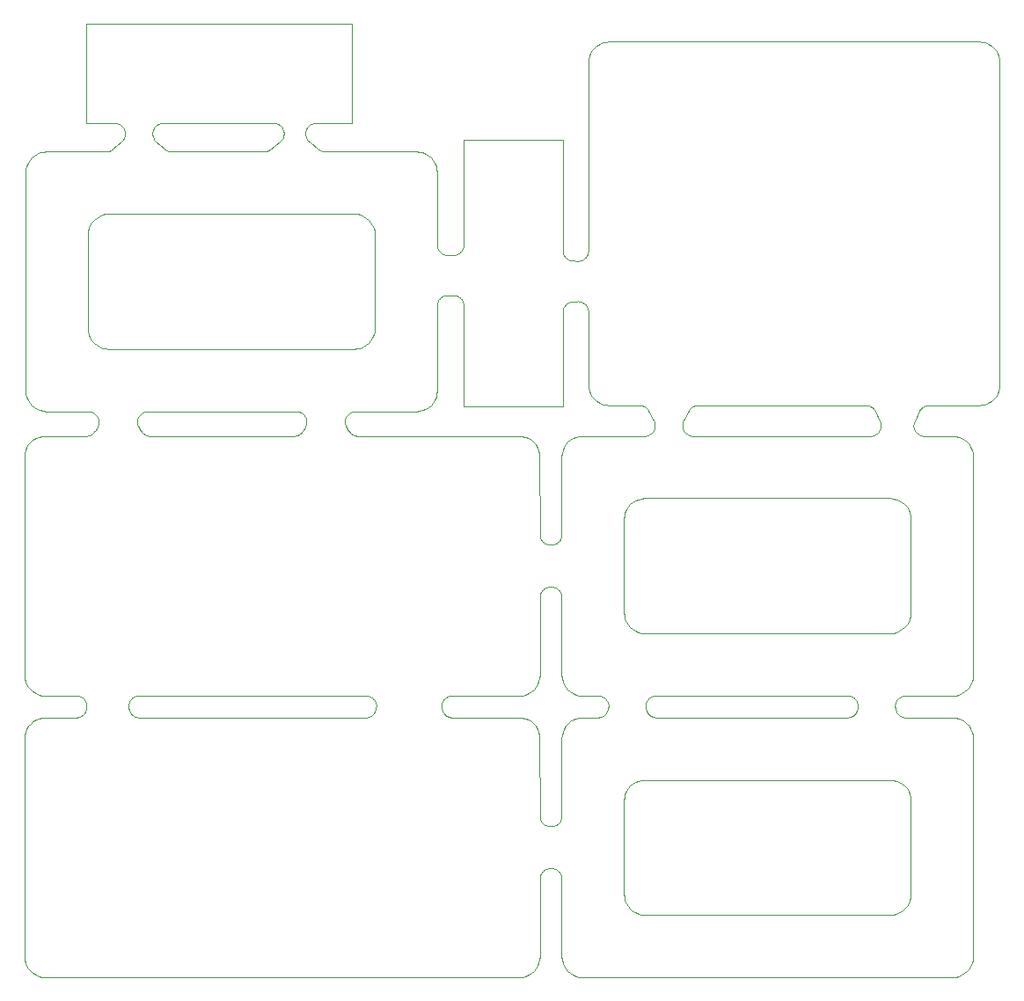
<source format=gko>
%MOIN*%
%OFA0B0*%
%FSLAX44Y44*%
%IPPOS*%
%LPD*%
%ADD10C,0*%
D10*
X00023504Y00013031D02*
X00023504Y00013031D01*
X00023381Y00013041D01*
X00023260Y00013070D01*
X00023146Y00013117D01*
X00023041Y00013181D01*
X00022947Y00013262D01*
X00022867Y00013356D01*
X00022802Y00013461D01*
X00022755Y00013575D01*
X00022726Y00013695D01*
X00022716Y00013818D01*
X00022716Y00017362D01*
X00022726Y00017485D01*
X00022755Y00017605D01*
X00022802Y00017719D01*
X00022867Y00017825D01*
X00022947Y00017918D01*
X00023041Y00017999D01*
X00023146Y00018063D01*
X00023260Y00018111D01*
X00023381Y00018139D01*
X00023504Y00018149D01*
X00032794Y00018149D01*
X00032917Y00018139D01*
X00033038Y00018111D01*
X00033152Y00018063D01*
X00033257Y00017999D01*
X00033351Y00017918D01*
X00033431Y00017825D01*
X00033496Y00017719D01*
X00033543Y00017605D01*
X00033572Y00017485D01*
X00033582Y00017362D01*
X00033582Y00013818D01*
X00033572Y00013695D01*
X00033543Y00013575D01*
X00033496Y00013461D01*
X00033431Y00013356D01*
X00033351Y00013262D01*
X00033257Y00013181D01*
X00033152Y00013117D01*
X00033038Y00013070D01*
X00032917Y00013041D01*
X00032794Y00013031D01*
X00023504Y00013031D01*
X00003192Y00023808D02*
X00003192Y00023808D01*
X00003069Y00023818D01*
X00002949Y00023846D01*
X00002835Y00023894D01*
X00002729Y00023958D01*
X00002635Y00024039D01*
X00002555Y00024133D01*
X00002491Y00024238D01*
X00002443Y00024352D01*
X00002415Y00024472D01*
X00002405Y00024595D01*
X00002405Y00028139D01*
X00002415Y00028262D01*
X00002443Y00028382D01*
X00002491Y00028496D01*
X00002555Y00028601D01*
X00002635Y00028695D01*
X00002729Y00028776D01*
X00002835Y00028840D01*
X00002949Y00028887D01*
X00003069Y00028916D01*
X00003192Y00028926D01*
X00012483Y00028926D01*
X00012606Y00028916D01*
X00012726Y00028887D01*
X00012840Y00028840D01*
X00012946Y00028776D01*
X00013040Y00028695D01*
X00013120Y00028601D01*
X00013184Y00028496D01*
X00013232Y00028382D01*
X00013261Y00028262D01*
X00013270Y00028139D01*
X00013270Y00024595D01*
X00013261Y00024472D01*
X00013232Y00024352D01*
X00013184Y00024238D01*
X00013120Y00024133D01*
X00013040Y00024039D01*
X00012946Y00023958D01*
X00012840Y00023894D01*
X00012726Y00023846D01*
X00012606Y00023818D01*
X00012483Y00023808D01*
X00003192Y00023808D01*
X00023504Y00002362D02*
X00023504Y00002362D01*
X00023381Y00002371D01*
X00023260Y00002400D01*
X00023146Y00002448D01*
X00023041Y00002512D01*
X00022947Y00002592D01*
X00022867Y00002686D01*
X00022802Y00002792D01*
X00022755Y00002906D01*
X00022726Y00003026D01*
X00022716Y00003149D01*
X00022716Y00006692D01*
X00022726Y00006816D01*
X00022755Y00006936D01*
X00022802Y00007050D01*
X00022867Y00007155D01*
X00022947Y00007249D01*
X00023041Y00007329D01*
X00023146Y00007394D01*
X00023260Y00007441D01*
X00023381Y00007470D01*
X00023504Y00007480D01*
X00032794Y00007480D01*
X00032917Y00007470D01*
X00033038Y00007441D01*
X00033152Y00007394D01*
X00033257Y00007329D01*
X00033351Y00007249D01*
X00033431Y00007155D01*
X00033496Y00007050D01*
X00033543Y00006936D01*
X00033572Y00006816D01*
X00033582Y00006692D01*
X00033582Y00003149D01*
X00033572Y00003026D01*
X00033543Y00002906D01*
X00033496Y00002792D01*
X00033431Y00002686D01*
X00033351Y00002592D01*
X00033257Y00002512D01*
X00033152Y00002448D01*
X00033038Y00002400D01*
X00032917Y00002371D01*
X00032794Y00002362D01*
X00023504Y00002362D01*
X00020354Y00009055D02*
X00020354Y00009055D01*
X00020354Y00006111D01*
X00020353Y00006080D01*
X00020349Y00006049D01*
X00020343Y00006019D01*
X00020335Y00005989D01*
X00020324Y00005960D01*
X00020311Y00005932D01*
X00020296Y00005905D01*
X00020279Y00005879D01*
X00020260Y00005855D01*
X00020239Y00005832D01*
X00020216Y00005811D01*
X00020192Y00005792D01*
X00020166Y00005775D01*
X00020139Y00005760D01*
X00020111Y00005747D01*
X00020082Y00005736D01*
X00020052Y00005728D01*
X00020022Y00005722D01*
X00019991Y00005718D01*
X00019960Y00005717D01*
X00019920Y00005717D01*
X00019889Y00005718D01*
X00019858Y00005722D01*
X00019828Y00005728D01*
X00019798Y00005736D01*
X00019769Y00005747D01*
X00019741Y00005760D01*
X00019714Y00005775D01*
X00019688Y00005792D01*
X00019664Y00005811D01*
X00019641Y00005832D01*
X00019620Y00005855D01*
X00019601Y00005879D01*
X00019584Y00005905D01*
X00019569Y00005932D01*
X00019556Y00005960D01*
X00019545Y00005989D01*
X00019537Y00006019D01*
X00019531Y00006049D01*
X00019527Y00006080D01*
X00019526Y00006111D01*
X00019525Y00009053D01*
X00019515Y00009176D01*
X00019487Y00009297D01*
X00019439Y00009411D01*
X00019374Y00009517D01*
X00019294Y00009611D01*
X00019200Y00009691D01*
X00019094Y00009756D01*
X00018980Y00009803D01*
X00018859Y00009832D01*
X00018736Y00009842D01*
X00016208Y00009842D01*
X00016182Y00009843D01*
X00016156Y00009845D01*
X00016130Y00009850D01*
X00016105Y00009856D01*
X00016080Y00009863D01*
X00016056Y00009873D01*
X00016032Y00009884D01*
X00016009Y00009896D01*
X00015987Y00009910D01*
X00015966Y00009925D01*
X00015946Y00009942D01*
X00015927Y00009960D01*
X00015910Y00009979D01*
X00015893Y00009999D01*
X00015878Y00010021D01*
X00015865Y00010043D01*
X00015853Y00010066D01*
X00015842Y00010090D01*
X00015834Y00010114D01*
X00015826Y00010139D01*
X00015816Y00010179D01*
X00015809Y00010214D01*
X00015805Y00010249D01*
X00015805Y00010285D01*
X00015807Y00010321D01*
X00015813Y00010356D01*
X00015822Y00010391D01*
X00015834Y00010424D01*
X00015849Y00010457D01*
X00015867Y00010488D01*
X00015887Y00010517D01*
X00015911Y00010544D01*
X00015936Y00010569D01*
X00015964Y00010592D01*
X00015994Y00010612D01*
X00016025Y00010629D01*
X00016058Y00010643D01*
X00016092Y00010654D01*
X00016127Y00010662D01*
X00016162Y00010667D01*
X00016198Y00010669D01*
X00018741Y00010669D01*
X00018864Y00010679D01*
X00018984Y00010709D01*
X00019098Y00010756D01*
X00019204Y00010821D01*
X00019297Y00010902D01*
X00019377Y00010996D01*
X00019442Y00011102D01*
X00019489Y00011216D01*
X00019518Y00011336D01*
X00019527Y00011459D01*
X00019527Y00014400D01*
X00019528Y00014431D01*
X00019531Y00014462D01*
X00019537Y00014492D01*
X00019546Y00014522D01*
X00019557Y00014551D01*
X00019569Y00014579D01*
X00019585Y00014606D01*
X00019602Y00014632D01*
X00019621Y00014656D01*
X00019642Y00014678D01*
X00019665Y00014699D01*
X00019689Y00014719D01*
X00019715Y00014736D01*
X00019742Y00014751D01*
X00019770Y00014764D01*
X00019799Y00014775D01*
X00019828Y00014783D01*
X00019859Y00014789D01*
X00019889Y00014793D01*
X00019920Y00014794D01*
X00019960Y00014794D01*
X00019991Y00014793D01*
X00020022Y00014789D01*
X00020052Y00014783D01*
X00020082Y00014775D01*
X00020111Y00014764D01*
X00020139Y00014751D01*
X00020166Y00014736D01*
X00020192Y00014719D01*
X00020216Y00014700D01*
X00020239Y00014679D01*
X00020260Y00014656D01*
X00020279Y00014632D01*
X00020296Y00014606D01*
X00020311Y00014579D01*
X00020324Y00014551D01*
X00020335Y00014522D01*
X00020343Y00014492D01*
X00020349Y00014462D01*
X00020353Y00014431D01*
X00020354Y00014400D01*
X00020354Y00011456D01*
X00020364Y00011333D01*
X00020393Y00011213D01*
X00020440Y00011099D01*
X00020505Y00010993D01*
X00020585Y00010899D01*
X00020679Y00010819D01*
X00020784Y00010755D01*
X00020898Y00010707D01*
X00021018Y00010678D01*
X00021142Y00010669D01*
X00021735Y00010669D01*
X00021773Y00010667D01*
X00021811Y00010661D01*
X00021848Y00010652D01*
X00021883Y00010640D01*
X00021918Y00010624D01*
X00021951Y00010605D01*
X00021981Y00010582D01*
X00022010Y00010557D01*
X00022036Y00010530D01*
X00022059Y00010500D01*
X00022079Y00010467D01*
X00022096Y00010433D01*
X00022109Y00010398D01*
X00022119Y00010361D01*
X00022126Y00010324D01*
X00022129Y00010286D01*
X00022128Y00010248D01*
X00022124Y00010210D01*
X00022116Y00010173D01*
X00022104Y00010137D01*
X00022089Y00010098D01*
X00022080Y00010076D01*
X00022070Y00010054D01*
X00022058Y00010033D01*
X00022045Y00010013D01*
X00022031Y00009994D01*
X00022016Y00009976D01*
X00022000Y00009958D01*
X00021982Y00009942D01*
X00021964Y00009926D01*
X00021945Y00009912D01*
X00021925Y00009899D01*
X00021904Y00009887D01*
X00021883Y00009877D01*
X00021861Y00009868D01*
X00021838Y00009860D01*
X00021815Y00009854D01*
X00021792Y00009849D01*
X00021768Y00009845D01*
X00021744Y00009843D01*
X00021721Y00009842D01*
X00021142Y00009842D01*
X00021018Y00009832D01*
X00020898Y00009803D01*
X00020784Y00009756D01*
X00020679Y00009692D01*
X00020585Y00009611D01*
X00020505Y00009517D01*
X00020440Y00009412D01*
X00020393Y00009298D01*
X00020364Y00009178D01*
X00020354Y00009055D01*
X00004752Y00020511D02*
X00004752Y00020511D01*
X00004732Y00020512D01*
X00004712Y00020513D01*
X00004692Y00020516D01*
X00004672Y00020519D01*
X00004653Y00020524D01*
X00004633Y00020530D01*
X00004614Y00020536D01*
X00004596Y00020544D01*
X00004578Y00020552D01*
X00004560Y00020561D01*
X00004543Y00020571D01*
X00004526Y00020583D01*
X00004510Y00020594D01*
X00004494Y00020607D01*
X00004480Y00020621D01*
X00004465Y00020635D01*
X00004452Y00020650D01*
X00004439Y00020665D01*
X00004428Y00020682D01*
X00004417Y00020698D01*
X00004326Y00020845D01*
X00004306Y00020882D01*
X00004290Y00020921D01*
X00004278Y00020961D01*
X00004271Y00021002D01*
X00004268Y00021043D01*
X00004269Y00021085D01*
X00004275Y00021127D01*
X00004285Y00021167D01*
X00004299Y00021206D01*
X00004317Y00021244D01*
X00004340Y00021279D01*
X00004366Y00021312D01*
X00004395Y00021342D01*
X00004427Y00021369D01*
X00004462Y00021392D01*
X00004499Y00021411D01*
X00004538Y00021426D01*
X00004578Y00021437D01*
X00004619Y00021444D01*
X00004661Y00021446D01*
X00010298Y00021446D01*
X00010340Y00021444D01*
X00010381Y00021437D01*
X00010422Y00021426D01*
X00010461Y00021411D01*
X00010498Y00021392D01*
X00010533Y00021369D01*
X00010565Y00021342D01*
X00010594Y00021312D01*
X00010620Y00021279D01*
X00010642Y00021244D01*
X00010661Y00021206D01*
X00010675Y00021167D01*
X00010685Y00021127D01*
X00010691Y00021085D01*
X00010692Y00021043D01*
X00010689Y00021002D01*
X00010681Y00020961D01*
X00010670Y00020921D01*
X00010654Y00020882D01*
X00010634Y00020845D01*
X00010543Y00020698D01*
X00010532Y00020682D01*
X00010520Y00020665D01*
X00010508Y00020650D01*
X00010494Y00020635D01*
X00010480Y00020621D01*
X00010465Y00020607D01*
X00010450Y00020594D01*
X00010434Y00020583D01*
X00010417Y00020571D01*
X00010400Y00020561D01*
X00010382Y00020552D01*
X00010364Y00020544D01*
X00010345Y00020536D01*
X00010326Y00020530D01*
X00010307Y00020524D01*
X00010287Y00020519D01*
X00010268Y00020516D01*
X00010248Y00020513D01*
X00010228Y00020512D01*
X00010208Y00020511D01*
X00004752Y00020511D01*
X00004346Y00009842D02*
X00004346Y00009842D01*
X00004322Y00009843D01*
X00004297Y00009845D01*
X00004273Y00009849D01*
X00004249Y00009854D01*
X00004226Y00009861D01*
X00004203Y00009869D01*
X00004181Y00009878D01*
X00004159Y00009889D01*
X00004138Y00009901D01*
X00004118Y00009915D01*
X00004098Y00009930D01*
X00004080Y00009945D01*
X00004062Y00009962D01*
X00004046Y00009980D01*
X00004031Y00009999D01*
X00004017Y00010019D01*
X00004004Y00010040D01*
X00003993Y00010062D01*
X00003983Y00010084D01*
X00003974Y00010106D01*
X00003960Y00010146D01*
X00003950Y00010182D01*
X00003943Y00010219D01*
X00003939Y00010256D01*
X00003939Y00010293D01*
X00003942Y00010331D01*
X00003949Y00010368D01*
X00003960Y00010404D01*
X00003974Y00010438D01*
X00003991Y00010472D01*
X00004011Y00010503D01*
X00004034Y00010533D01*
X00004060Y00010560D01*
X00004089Y00010584D01*
X00004119Y00010606D01*
X00004152Y00010625D01*
X00004186Y00010641D01*
X00004221Y00010653D01*
X00004258Y00010662D01*
X00004295Y00010667D01*
X00004332Y00010669D01*
X00012935Y00010669D01*
X00012971Y00010667D01*
X00013006Y00010662D01*
X00013041Y00010654D01*
X00013075Y00010643D01*
X00013108Y00010629D01*
X00013139Y00010612D01*
X00013169Y00010592D01*
X00013197Y00010569D01*
X00013222Y00010544D01*
X00013245Y00010517D01*
X00013266Y00010488D01*
X00013284Y00010457D01*
X00013299Y00010424D01*
X00013311Y00010391D01*
X00013320Y00010356D01*
X00013326Y00010321D01*
X00013328Y00010285D01*
X00013328Y00010249D01*
X00013324Y00010214D01*
X00013316Y00010179D01*
X00013307Y00010139D01*
X00013299Y00010114D01*
X00013290Y00010090D01*
X00013280Y00010066D01*
X00013268Y00010043D01*
X00013254Y00010021D01*
X00013240Y00009999D01*
X00013223Y00009979D01*
X00013206Y00009960D01*
X00013187Y00009942D01*
X00013167Y00009925D01*
X00013146Y00009910D01*
X00013124Y00009896D01*
X00013101Y00009884D01*
X00013077Y00009873D01*
X00013053Y00009863D01*
X00013028Y00009856D01*
X00013002Y00009850D01*
X00012977Y00009845D01*
X00012951Y00009843D01*
X00012925Y00009842D01*
X00004346Y00009842D01*
X00023948Y00009842D02*
X00023948Y00009842D01*
X00023924Y00009843D01*
X00023900Y00009845D01*
X00023876Y00009849D01*
X00023853Y00009854D01*
X00023830Y00009860D01*
X00023808Y00009868D01*
X00023786Y00009877D01*
X00023764Y00009887D01*
X00023743Y00009899D01*
X00023723Y00009912D01*
X00023704Y00009926D01*
X00023686Y00009942D01*
X00023668Y00009958D01*
X00023652Y00009976D01*
X00023637Y00009994D01*
X00023623Y00010013D01*
X00023610Y00010033D01*
X00023598Y00010054D01*
X00023588Y00010076D01*
X00023579Y00010098D01*
X00023564Y00010137D01*
X00023553Y00010173D01*
X00023545Y00010210D01*
X00023540Y00010248D01*
X00023539Y00010286D01*
X00023542Y00010324D01*
X00023549Y00010361D01*
X00023559Y00010398D01*
X00023572Y00010433D01*
X00023589Y00010467D01*
X00023610Y00010500D01*
X00023633Y00010530D01*
X00023659Y00010557D01*
X00023687Y00010582D01*
X00023718Y00010605D01*
X00023750Y00010624D01*
X00023785Y00010640D01*
X00023821Y00010652D01*
X00023858Y00010661D01*
X00023895Y00010667D01*
X00023933Y00010669D01*
X00031184Y00010669D01*
X00031222Y00010667D01*
X00031260Y00010661D01*
X00031296Y00010652D01*
X00031332Y00010640D01*
X00031367Y00010624D01*
X00031399Y00010605D01*
X00031430Y00010582D01*
X00031459Y00010557D01*
X00031484Y00010530D01*
X00031508Y00010500D01*
X00031528Y00010467D01*
X00031545Y00010433D01*
X00031558Y00010398D01*
X00031568Y00010361D01*
X00031575Y00010324D01*
X00031578Y00010286D01*
X00031577Y00010248D01*
X00031572Y00010210D01*
X00031564Y00010173D01*
X00031553Y00010137D01*
X00031538Y00010098D01*
X00031529Y00010076D01*
X00031519Y00010054D01*
X00031507Y00010033D01*
X00031494Y00010013D01*
X00031480Y00009994D01*
X00031465Y00009976D01*
X00031449Y00009958D01*
X00031431Y00009942D01*
X00031413Y00009926D01*
X00031394Y00009912D01*
X00031374Y00009899D01*
X00031353Y00009887D01*
X00031332Y00009877D01*
X00031310Y00009868D01*
X00031287Y00009860D01*
X00031264Y00009854D01*
X00031241Y00009849D01*
X00031217Y00009845D01*
X00031193Y00009843D01*
X00031169Y00009842D01*
X00023948Y00009842D01*
X00023303Y00021674D02*
X00023303Y00021674D01*
X00023325Y00021673D01*
X00023346Y00021671D01*
X00023367Y00021668D01*
X00023389Y00021664D01*
X00023410Y00021659D01*
X00023430Y00021653D01*
X00023451Y00021645D01*
X00023470Y00021636D01*
X00023490Y00021627D01*
X00023508Y00021616D01*
X00023526Y00021604D01*
X00023544Y00021591D01*
X00023561Y00021578D01*
X00023577Y00021563D01*
X00023592Y00021548D01*
X00023606Y00021531D01*
X00023619Y00021514D01*
X00023632Y00021497D01*
X00023643Y00021478D01*
X00023653Y00021459D01*
X00023845Y00021084D01*
X00023862Y00021048D01*
X00023874Y00021010D01*
X00023883Y00020970D01*
X00023888Y00020930D01*
X00023888Y00020890D01*
X00023885Y00020850D01*
X00023877Y00020811D01*
X00023865Y00020772D01*
X00023850Y00020735D01*
X00023831Y00020700D01*
X00023808Y00020666D01*
X00023782Y00020636D01*
X00023753Y00020608D01*
X00023721Y00020583D01*
X00023687Y00020562D01*
X00023651Y00020544D01*
X00023614Y00020530D01*
X00023575Y00020520D01*
X00023535Y00020513D01*
X00023495Y00020511D01*
X00021142Y00020511D01*
X00021018Y00020502D01*
X00020898Y00020473D01*
X00020784Y00020426D01*
X00020679Y00020361D01*
X00020585Y00020281D01*
X00020505Y00020187D01*
X00020440Y00020081D01*
X00020393Y00019967D01*
X00020364Y00019847D01*
X00020354Y00019724D01*
X00020354Y00016780D01*
X00020353Y00016749D01*
X00020349Y00016718D01*
X00020343Y00016688D01*
X00020335Y00016658D01*
X00020324Y00016629D01*
X00020311Y00016601D01*
X00020296Y00016574D01*
X00020279Y00016549D01*
X00020260Y00016524D01*
X00020239Y00016502D01*
X00020216Y00016481D01*
X00020192Y00016461D01*
X00020166Y00016444D01*
X00020139Y00016429D01*
X00020111Y00016416D01*
X00020082Y00016406D01*
X00020052Y00016397D01*
X00020022Y00016391D01*
X00019991Y00016387D01*
X00019960Y00016386D01*
X00019920Y00016386D01*
X00019889Y00016387D01*
X00019858Y00016391D01*
X00019828Y00016397D01*
X00019798Y00016406D01*
X00019769Y00016416D01*
X00019741Y00016429D01*
X00019714Y00016444D01*
X00019688Y00016461D01*
X00019664Y00016481D01*
X00019641Y00016502D01*
X00019620Y00016524D01*
X00019601Y00016548D01*
X00019584Y00016574D01*
X00019569Y00016601D01*
X00019556Y00016629D01*
X00019545Y00016658D01*
X00019537Y00016688D01*
X00019531Y00016718D01*
X00019527Y00016749D01*
X00019526Y00016780D01*
X00019525Y00019722D01*
X00019515Y00019846D01*
X00019487Y00019966D01*
X00019439Y00020080D01*
X00019374Y00020186D01*
X00019294Y00020280D01*
X00019200Y00020361D01*
X00019094Y00020425D01*
X00018980Y00020473D01*
X00018859Y00020502D01*
X00018736Y00020511D01*
X00012626Y00020511D01*
X00012606Y00020512D01*
X00012586Y00020513D01*
X00012566Y00020516D01*
X00012546Y00020519D01*
X00012527Y00020524D01*
X00012507Y00020530D01*
X00012488Y00020536D01*
X00012470Y00020544D01*
X00012452Y00020552D01*
X00012434Y00020561D01*
X00012417Y00020571D01*
X00012400Y00020583D01*
X00012384Y00020594D01*
X00012368Y00020607D01*
X00012354Y00020621D01*
X00012339Y00020635D01*
X00012326Y00020650D01*
X00012313Y00020665D01*
X00012302Y00020682D01*
X00012291Y00020698D01*
X00012200Y00020845D01*
X00012180Y00020882D01*
X00012164Y00020921D01*
X00012152Y00020961D01*
X00012145Y00021002D01*
X00012142Y00021043D01*
X00012143Y00021085D01*
X00012149Y00021127D01*
X00012159Y00021167D01*
X00012173Y00021206D01*
X00012191Y00021244D01*
X00012214Y00021279D01*
X00012240Y00021312D01*
X00012269Y00021342D01*
X00012301Y00021369D01*
X00012336Y00021392D01*
X00012373Y00021411D01*
X00012412Y00021426D01*
X00012452Y00021437D01*
X00012493Y00021444D01*
X00012535Y00021446D01*
X00014845Y00021446D01*
X00014968Y00021455D01*
X00015088Y00021484D01*
X00015202Y00021532D01*
X00015308Y00021596D01*
X00015402Y00021676D01*
X00015482Y00021770D01*
X00015547Y00021876D01*
X00015594Y00021990D01*
X00015623Y00022110D01*
X00015632Y00022233D01*
X00015632Y00025451D01*
X00015634Y00025482D01*
X00015637Y00025513D01*
X00015643Y00025543D01*
X00015652Y00025573D01*
X00015662Y00025602D01*
X00015675Y00025630D01*
X00015690Y00025657D01*
X00015708Y00025683D01*
X00015727Y00025707D01*
X00015748Y00025730D01*
X00015770Y00025751D01*
X00015795Y00025770D01*
X00015820Y00025787D01*
X00015847Y00025802D01*
X00015875Y00025815D01*
X00015904Y00025826D01*
X00015934Y00025834D01*
X00015965Y00025840D01*
X00015995Y00025844D01*
X00016026Y00025845D01*
X00016243Y00025845D01*
X00016274Y00025844D01*
X00016305Y00025840D01*
X00016335Y00025834D01*
X00016365Y00025826D01*
X00016394Y00025815D01*
X00016422Y00025802D01*
X00016449Y00025787D01*
X00016474Y00025770D01*
X00016499Y00025751D01*
X00016521Y00025730D01*
X00016542Y00025707D01*
X00016562Y00025683D01*
X00016579Y00025657D01*
X00016594Y00025630D01*
X00016607Y00025602D01*
X00016617Y00025573D01*
X00016626Y00025543D01*
X00016632Y00025513D01*
X00016635Y00025482D01*
X00016637Y00025451D01*
X00016637Y00021637D01*
X00020393Y00021637D01*
X00020393Y00025210D01*
X00020394Y00025240D01*
X00020397Y00025269D01*
X00020403Y00025298D01*
X00020411Y00025327D01*
X00020420Y00025355D01*
X00020433Y00025383D01*
X00020447Y00025409D01*
X00020463Y00025434D01*
X00020480Y00025458D01*
X00020500Y00025480D01*
X00020521Y00025501D01*
X00020544Y00025520D01*
X00020568Y00025538D01*
X00020594Y00025553D01*
X00020620Y00025567D01*
X00020648Y00025578D01*
X00020676Y00025588D01*
X00020705Y00025595D01*
X00020734Y00025600D01*
X00020764Y00025603D01*
X00020948Y00025613D01*
X00020980Y00025614D01*
X00021012Y00025612D01*
X00021043Y00025607D01*
X00021075Y00025600D01*
X00021105Y00025590D01*
X00021135Y00025578D01*
X00021163Y00025563D01*
X00021190Y00025546D01*
X00021216Y00025527D01*
X00021240Y00025506D01*
X00021263Y00025483D01*
X00021283Y00025459D01*
X00021302Y00025433D01*
X00021318Y00025405D01*
X00021332Y00025376D01*
X00021343Y00025346D01*
X00021352Y00025315D01*
X00021358Y00025284D01*
X00021362Y00025252D01*
X00021364Y00025220D01*
X00021364Y00022461D01*
X00021373Y00022338D01*
X00021402Y00022218D01*
X00021449Y00022104D01*
X00021514Y00021998D01*
X00021594Y00021904D01*
X00021688Y00021824D01*
X00021794Y00021760D01*
X00021908Y00021712D01*
X00022028Y00021683D01*
X00022151Y00021674D01*
X00023303Y00021674D01*
X00031881Y00021674D02*
X00031881Y00021674D01*
X00031903Y00021673D01*
X00031925Y00021671D01*
X00031947Y00021668D01*
X00031969Y00021664D01*
X00031991Y00021658D01*
X00032012Y00021651D01*
X00032033Y00021643D01*
X00032053Y00021634D01*
X00032073Y00021624D01*
X00032092Y00021612D01*
X00032110Y00021600D01*
X00032128Y00021586D01*
X00032145Y00021572D01*
X00032161Y00021556D01*
X00032176Y00021540D01*
X00032190Y00021523D01*
X00032204Y00021505D01*
X00032216Y00021487D01*
X00032227Y00021467D01*
X00032237Y00021447D01*
X00032413Y00021072D01*
X00032428Y00021036D01*
X00032439Y00020998D01*
X00032447Y00020959D01*
X00032450Y00020920D01*
X00032450Y00020880D01*
X00032445Y00020841D01*
X00032437Y00020802D01*
X00032424Y00020764D01*
X00032408Y00020728D01*
X00032389Y00020694D01*
X00032366Y00020662D01*
X00032340Y00020632D01*
X00032311Y00020605D01*
X00032280Y00020581D01*
X00032246Y00020560D01*
X00032211Y00020543D01*
X00032174Y00020529D01*
X00032135Y00020519D01*
X00032096Y00020513D01*
X00032057Y00020511D01*
X00025323Y00020511D01*
X00025283Y00020513D01*
X00025243Y00020520D01*
X00025204Y00020530D01*
X00025167Y00020544D01*
X00025130Y00020562D01*
X00025096Y00020583D01*
X00025065Y00020608D01*
X00025036Y00020636D01*
X00025010Y00020666D01*
X00024987Y00020700D01*
X00024968Y00020735D01*
X00024952Y00020772D01*
X00024941Y00020811D01*
X00024933Y00020850D01*
X00024930Y00020890D01*
X00024930Y00020930D01*
X00024935Y00020970D01*
X00024943Y00021010D01*
X00024956Y00021048D01*
X00024973Y00021084D01*
X00025164Y00021459D01*
X00025175Y00021478D01*
X00025186Y00021497D01*
X00025199Y00021514D01*
X00025212Y00021531D01*
X00025226Y00021548D01*
X00025241Y00021563D01*
X00025257Y00021578D01*
X00025274Y00021591D01*
X00025291Y00021604D01*
X00025310Y00021616D01*
X00025328Y00021627D01*
X00025348Y00021636D01*
X00025367Y00021645D01*
X00025388Y00021653D01*
X00025408Y00021659D01*
X00025429Y00021664D01*
X00025450Y00021668D01*
X00025472Y00021671D01*
X00025493Y00021673D01*
X00025515Y00021674D01*
X00031881Y00021674D01*
X00005573Y00031288D02*
X00005573Y00031288D01*
X00005559Y00031289D01*
X00005545Y00031289D01*
X00005531Y00031291D01*
X00005517Y00031292D01*
X00005503Y00031295D01*
X00005489Y00031297D01*
X00005475Y00031301D01*
X00005461Y00031304D01*
X00005448Y00031309D01*
X00005435Y00031313D01*
X00005421Y00031319D01*
X00005409Y00031324D01*
X00005396Y00031330D01*
X00005383Y00031337D01*
X00005371Y00031344D01*
X00005359Y00031351D01*
X00005347Y00031359D01*
X00005336Y00031368D01*
X00005325Y00031376D01*
X00005314Y00031385D01*
X00004986Y00031672D01*
X00004952Y00031705D01*
X00004922Y00031743D01*
X00004897Y00031783D01*
X00004877Y00031827D01*
X00004863Y00031872D01*
X00004854Y00031919D01*
X00004851Y00031967D01*
X00004853Y00032014D01*
X00004862Y00032061D01*
X00004876Y00032107D01*
X00004895Y00032150D01*
X00004920Y00032191D01*
X00004949Y00032229D01*
X00004983Y00032263D01*
X00005020Y00032292D01*
X00005061Y00032317D01*
X00005105Y00032337D01*
X00005150Y00032351D01*
X00005197Y00032359D01*
X00005245Y00032362D01*
X00009433Y00032362D01*
X00009482Y00032359D01*
X00009530Y00032350D01*
X00009576Y00032336D01*
X00009620Y00032315D01*
X00009661Y00032290D01*
X00009699Y00032259D01*
X00009733Y00032224D01*
X00009762Y00032185D01*
X00009786Y00032143D01*
X00009805Y00032098D01*
X00009818Y00032052D01*
X00009826Y00032004D01*
X00009827Y00031955D01*
X00009822Y00031907D01*
X00009812Y00031859D01*
X00009795Y00031813D01*
X00009773Y00031770D01*
X00009746Y00031730D01*
X00009715Y00031693D01*
X00009678Y00031660D01*
X00009318Y00031374D01*
X00009308Y00031366D01*
X00009297Y00031358D01*
X00009286Y00031351D01*
X00009275Y00031344D01*
X00009263Y00031337D01*
X00009251Y00031331D01*
X00009239Y00031325D01*
X00009227Y00031320D01*
X00009215Y00031315D01*
X00009203Y00031310D01*
X00009190Y00031306D01*
X00009177Y00031302D01*
X00009165Y00031299D01*
X00009152Y00031296D01*
X00009139Y00031294D01*
X00009126Y00031292D01*
X00009113Y00031290D01*
X00009099Y00031289D01*
X00009086Y00031288D01*
X00009073Y00031288D01*
X00005573Y00031288D01*
X00003416Y00032362D02*
X00003416Y00032362D01*
X00003463Y00032359D01*
X00003510Y00032351D01*
X00003556Y00032337D01*
X00003599Y00032317D01*
X00003640Y00032292D01*
X00003678Y00032263D01*
X00003711Y00032229D01*
X00003741Y00032191D01*
X00003765Y00032150D01*
X00003785Y00032107D01*
X00003799Y00032061D01*
X00003807Y00032014D01*
X00003810Y00031967D01*
X00003806Y00031919D01*
X00003798Y00031872D01*
X00003783Y00031827D01*
X00003763Y00031783D01*
X00003738Y00031743D01*
X00003709Y00031705D01*
X00003675Y00031672D01*
X00003346Y00031385D01*
X00003336Y00031376D01*
X00003325Y00031368D01*
X00003313Y00031359D01*
X00003301Y00031351D01*
X00003289Y00031344D01*
X00003277Y00031337D01*
X00003265Y00031330D01*
X00003252Y00031324D01*
X00003239Y00031319D01*
X00003226Y00031313D01*
X00003212Y00031309D01*
X00003199Y00031304D01*
X00003185Y00031301D01*
X00003172Y00031297D01*
X00003158Y00031295D01*
X00003144Y00031292D01*
X00003130Y00031291D01*
X00003116Y00031289D01*
X00003102Y00031289D01*
X00003088Y00031288D01*
X00000830Y00031288D01*
X00000707Y00031279D01*
X00000587Y00031250D01*
X00000473Y00031202D01*
X00000367Y00031138D01*
X00000273Y00031058D01*
X00000193Y00030964D01*
X00000128Y00030858D01*
X00000081Y00030744D01*
X00000052Y00030624D01*
X00000043Y00030501D01*
X00000043Y00022233D01*
X00000052Y00022110D01*
X00000081Y00021990D01*
X00000128Y00021876D01*
X00000193Y00021770D01*
X00000273Y00021676D01*
X00000367Y00021596D01*
X00000473Y00021532D01*
X00000587Y00021484D01*
X00000707Y00021455D01*
X00000830Y00021446D01*
X00002424Y00021446D01*
X00002466Y00021444D01*
X00002507Y00021437D01*
X00002548Y00021426D01*
X00002587Y00021411D01*
X00002624Y00021392D01*
X00002659Y00021369D01*
X00002691Y00021342D01*
X00002720Y00021312D01*
X00002746Y00021279D01*
X00002768Y00021244D01*
X00002787Y00021206D01*
X00002801Y00021167D01*
X00002811Y00021127D01*
X00002817Y00021085D01*
X00002818Y00021043D01*
X00002815Y00021002D01*
X00002807Y00020961D01*
X00002796Y00020921D01*
X00002780Y00020882D01*
X00002760Y00020845D01*
X00002669Y00020698D01*
X00002658Y00020682D01*
X00002646Y00020665D01*
X00002634Y00020650D01*
X00002620Y00020635D01*
X00002606Y00020621D01*
X00002591Y00020607D01*
X00002576Y00020594D01*
X00002560Y00020583D01*
X00002543Y00020571D01*
X00002526Y00020561D01*
X00002508Y00020552D01*
X00002490Y00020544D01*
X00002471Y00020536D01*
X00002452Y00020530D01*
X00002433Y00020524D01*
X00002413Y00020519D01*
X00002394Y00020516D01*
X00002374Y00020513D01*
X00002354Y00020512D01*
X00002334Y00020511D01*
X00000787Y00020511D01*
X00000664Y00020502D01*
X00000544Y00020473D01*
X00000429Y00020426D01*
X00000324Y00020361D01*
X00000230Y00020281D01*
X00000150Y00020187D01*
X00000085Y00020081D01*
X00000038Y00019967D01*
X00000009Y00019847D01*
X00000000Y00019724D01*
X00000000Y00011456D01*
X00000009Y00011333D01*
X00000038Y00011213D01*
X00000085Y00011099D01*
X00000150Y00010993D01*
X00000230Y00010899D01*
X00000324Y00010819D01*
X00000429Y00010755D01*
X00000544Y00010707D01*
X00000664Y00010678D01*
X00000787Y00010669D01*
X00001966Y00010669D01*
X00002003Y00010667D01*
X00002041Y00010662D01*
X00002077Y00010653D01*
X00002112Y00010641D01*
X00002147Y00010625D01*
X00002179Y00010606D01*
X00002210Y00010584D01*
X00002238Y00010560D01*
X00002264Y00010533D01*
X00002287Y00010503D01*
X00002307Y00010472D01*
X00002324Y00010438D01*
X00002338Y00010404D01*
X00002349Y00010368D01*
X00002356Y00010331D01*
X00002359Y00010293D01*
X00002359Y00010256D01*
X00002356Y00010219D01*
X00002349Y00010182D01*
X00002338Y00010146D01*
X00002324Y00010106D01*
X00002316Y00010084D01*
X00002305Y00010062D01*
X00002294Y00010040D01*
X00002281Y00010019D01*
X00002267Y00009999D01*
X00002252Y00009980D01*
X00002236Y00009962D01*
X00002218Y00009945D01*
X00002200Y00009930D01*
X00002181Y00009915D01*
X00002160Y00009901D01*
X00002139Y00009889D01*
X00002117Y00009878D01*
X00002095Y00009869D01*
X00002072Y00009861D01*
X00002049Y00009854D01*
X00002025Y00009849D01*
X00002001Y00009845D01*
X00001977Y00009843D01*
X00001952Y00009842D01*
X00000787Y00009842D01*
X00000664Y00009832D01*
X00000544Y00009803D01*
X00000429Y00009756D01*
X00000324Y00009692D01*
X00000230Y00009611D01*
X00000150Y00009517D01*
X00000085Y00009412D01*
X00000038Y00009298D01*
X00000009Y00009178D01*
X00000000Y00009055D01*
X00000000Y00000787D01*
X00000009Y00000664D01*
X00000038Y00000544D01*
X00000085Y00000429D01*
X00000150Y00000324D01*
X00000230Y00000230D01*
X00000324Y00000150D01*
X00000429Y00000085D01*
X00000544Y00000038D01*
X00000664Y00000009D01*
X00000787Y00000000D01*
X00018741Y00000000D01*
X00018864Y00000010D01*
X00018984Y00000039D01*
X00019098Y00000087D01*
X00019204Y00000152D01*
X00019297Y00000233D01*
X00019377Y00000327D01*
X00019442Y00000432D01*
X00019489Y00000547D01*
X00019518Y00000667D01*
X00019527Y00000790D01*
X00019527Y00003731D01*
X00019528Y00003762D01*
X00019531Y00003792D01*
X00019537Y00003823D01*
X00019546Y00003852D01*
X00019557Y00003881D01*
X00019569Y00003910D01*
X00019585Y00003936D01*
X00019602Y00003962D01*
X00019621Y00003986D01*
X00019642Y00004009D01*
X00019665Y00004030D01*
X00019689Y00004049D01*
X00019715Y00004067D01*
X00019742Y00004082D01*
X00019770Y00004095D01*
X00019799Y00004105D01*
X00019828Y00004114D01*
X00019859Y00004120D01*
X00019889Y00004123D01*
X00019920Y00004125D01*
X00019960Y00004125D01*
X00019991Y00004123D01*
X00020022Y00004120D01*
X00020052Y00004114D01*
X00020082Y00004105D01*
X00020111Y00004095D01*
X00020139Y00004082D01*
X00020166Y00004067D01*
X00020192Y00004049D01*
X00020216Y00004030D01*
X00020239Y00004009D01*
X00020260Y00003987D01*
X00020279Y00003962D01*
X00020296Y00003937D01*
X00020311Y00003910D01*
X00020324Y00003882D01*
X00020335Y00003853D01*
X00020343Y00003823D01*
X00020349Y00003792D01*
X00020353Y00003762D01*
X00020354Y00003731D01*
X00020354Y00000787D01*
X00020364Y00000664D01*
X00020393Y00000544D01*
X00020440Y00000429D01*
X00020505Y00000324D01*
X00020585Y00000230D01*
X00020679Y00000150D01*
X00020784Y00000085D01*
X00020898Y00000038D01*
X00021018Y00000009D01*
X00021142Y00000000D01*
X00035157Y00000000D01*
X00035280Y00000009D01*
X00035400Y00000038D01*
X00035514Y00000085D01*
X00035619Y00000150D01*
X00035713Y00000230D01*
X00035794Y00000324D01*
X00035858Y00000429D01*
X00035905Y00000544D01*
X00035934Y00000664D01*
X00035944Y00000787D01*
X00035944Y00009055D01*
X00035934Y00009178D01*
X00035905Y00009298D01*
X00035858Y00009412D01*
X00035794Y00009517D01*
X00035713Y00009611D01*
X00035619Y00009692D01*
X00035514Y00009756D01*
X00035400Y00009803D01*
X00035280Y00009832D01*
X00035157Y00009842D01*
X00033397Y00009842D01*
X00033373Y00009843D01*
X00033349Y00009845D01*
X00033325Y00009849D01*
X00033302Y00009854D01*
X00033279Y00009860D01*
X00033256Y00009868D01*
X00033234Y00009877D01*
X00033213Y00009887D01*
X00033192Y00009899D01*
X00033172Y00009912D01*
X00033153Y00009926D01*
X00033135Y00009942D01*
X00033117Y00009958D01*
X00033101Y00009976D01*
X00033086Y00009994D01*
X00033072Y00010013D01*
X00033059Y00010033D01*
X00033047Y00010054D01*
X00033037Y00010076D01*
X00033028Y00010098D01*
X00033013Y00010137D01*
X00033001Y00010173D01*
X00032993Y00010210D01*
X00032989Y00010248D01*
X00032988Y00010286D01*
X00032991Y00010324D01*
X00032998Y00010361D01*
X00033008Y00010398D01*
X00033021Y00010433D01*
X00033038Y00010467D01*
X00033058Y00010500D01*
X00033081Y00010530D01*
X00033107Y00010557D01*
X00033136Y00010582D01*
X00033167Y00010605D01*
X00033199Y00010624D01*
X00033234Y00010640D01*
X00033269Y00010652D01*
X00033306Y00010661D01*
X00033344Y00010667D01*
X00033382Y00010669D01*
X00035157Y00010669D01*
X00035280Y00010678D01*
X00035400Y00010707D01*
X00035514Y00010755D01*
X00035619Y00010819D01*
X00035713Y00010899D01*
X00035794Y00010993D01*
X00035858Y00011099D01*
X00035905Y00011213D01*
X00035934Y00011333D01*
X00035944Y00011456D01*
X00035944Y00019724D01*
X00035934Y00019847D01*
X00035905Y00019967D01*
X00035858Y00020081D01*
X00035794Y00020187D01*
X00035713Y00020281D01*
X00035619Y00020361D01*
X00035514Y00020426D01*
X00035400Y00020473D01*
X00035280Y00020502D01*
X00035157Y00020511D01*
X00034084Y00020511D01*
X00034045Y00020513D01*
X00034006Y00020519D01*
X00033967Y00020529D01*
X00033930Y00020543D01*
X00033895Y00020560D01*
X00033861Y00020581D01*
X00033829Y00020605D01*
X00033801Y00020632D01*
X00033775Y00020662D01*
X00033752Y00020694D01*
X00033732Y00020728D01*
X00033716Y00020764D01*
X00033704Y00020802D01*
X00033696Y00020841D01*
X00033691Y00020880D01*
X00033691Y00020920D01*
X00033694Y00020959D01*
X00033701Y00020998D01*
X00033713Y00021036D01*
X00033728Y00021072D01*
X00033904Y00021447D01*
X00033914Y00021467D01*
X00033925Y00021487D01*
X00033937Y00021505D01*
X00033950Y00021523D01*
X00033965Y00021540D01*
X00033980Y00021556D01*
X00033996Y00021572D01*
X00034013Y00021586D01*
X00034030Y00021600D01*
X00034049Y00021612D01*
X00034068Y00021624D01*
X00034088Y00021634D01*
X00034108Y00021643D01*
X00034129Y00021651D01*
X00034150Y00021658D01*
X00034172Y00021664D01*
X00034194Y00021668D01*
X00034216Y00021671D01*
X00034238Y00021673D01*
X00034260Y00021674D01*
X00036166Y00021674D01*
X00036289Y00021683D01*
X00036409Y00021712D01*
X00036523Y00021760D01*
X00036629Y00021824D01*
X00036723Y00021904D01*
X00036803Y00021998D01*
X00036867Y00022104D01*
X00036915Y00022218D01*
X00036944Y00022338D01*
X00036953Y00022461D01*
X00036953Y00034666D01*
X00036944Y00034789D01*
X00036915Y00034909D01*
X00036867Y00035023D01*
X00036803Y00035129D01*
X00036723Y00035223D01*
X00036629Y00035303D01*
X00036523Y00035367D01*
X00036409Y00035415D01*
X00036289Y00035444D01*
X00036166Y00035453D01*
X00022151Y00035453D01*
X00022028Y00035444D01*
X00021908Y00035415D01*
X00021794Y00035367D01*
X00021688Y00035303D01*
X00021594Y00035223D01*
X00021514Y00035129D01*
X00021449Y00035023D01*
X00021402Y00034909D01*
X00021373Y00034789D01*
X00021364Y00034666D01*
X00021364Y00027535D01*
X00021362Y00027503D01*
X00021358Y00027471D01*
X00021352Y00027440D01*
X00021343Y00027409D01*
X00021332Y00027379D01*
X00021318Y00027350D01*
X00021302Y00027322D01*
X00021283Y00027296D01*
X00021263Y00027271D01*
X00021240Y00027249D01*
X00021216Y00027227D01*
X00021190Y00027208D01*
X00021163Y00027192D01*
X00021135Y00027177D01*
X00021105Y00027165D01*
X00021075Y00027155D01*
X00021043Y00027148D01*
X00021012Y00027143D01*
X00020980Y00027141D01*
X00020948Y00027142D01*
X00020764Y00027152D01*
X00020734Y00027155D01*
X00020705Y00027160D01*
X00020676Y00027167D01*
X00020648Y00027177D01*
X00020620Y00027188D01*
X00020594Y00027202D01*
X00020568Y00027217D01*
X00020544Y00027235D01*
X00020521Y00027254D01*
X00020500Y00027275D01*
X00020480Y00027297D01*
X00020463Y00027321D01*
X00020447Y00027346D01*
X00020433Y00027372D01*
X00020420Y00027400D01*
X00020411Y00027428D01*
X00020403Y00027456D01*
X00020397Y00027486D01*
X00020394Y00027515D01*
X00020393Y00027545D01*
X00020393Y00031715D01*
X00016637Y00031715D01*
X00016637Y00027762D01*
X00016635Y00027731D01*
X00016632Y00027701D01*
X00016626Y00027670D01*
X00016617Y00027641D01*
X00016607Y00027612D01*
X00016594Y00027584D01*
X00016579Y00027557D01*
X00016562Y00027531D01*
X00016542Y00027507D01*
X00016521Y00027484D01*
X00016499Y00027463D01*
X00016474Y00027444D01*
X00016449Y00027427D01*
X00016422Y00027412D01*
X00016394Y00027399D01*
X00016365Y00027388D01*
X00016335Y00027379D01*
X00016305Y00027373D01*
X00016274Y00027370D01*
X00016243Y00027369D01*
X00016026Y00027369D01*
X00015995Y00027370D01*
X00015965Y00027373D01*
X00015934Y00027379D01*
X00015904Y00027388D01*
X00015875Y00027399D01*
X00015847Y00027412D01*
X00015820Y00027427D01*
X00015795Y00027444D01*
X00015770Y00027463D01*
X00015748Y00027484D01*
X00015727Y00027507D01*
X00015708Y00027531D01*
X00015690Y00027557D01*
X00015675Y00027584D01*
X00015662Y00027612D01*
X00015652Y00027641D01*
X00015643Y00027670D01*
X00015637Y00027701D01*
X00015634Y00027731D01*
X00015632Y00027762D01*
X00015632Y00030501D01*
X00015623Y00030624D01*
X00015594Y00030744D01*
X00015547Y00030858D01*
X00015482Y00030964D01*
X00015402Y00031058D01*
X00015308Y00031138D01*
X00015202Y00031202D01*
X00015088Y00031250D01*
X00014968Y00031279D01*
X00014845Y00031288D01*
X00011398Y00031288D01*
X00011385Y00031288D01*
X00011372Y00031289D01*
X00011359Y00031290D01*
X00011346Y00031292D01*
X00011333Y00031294D01*
X00011320Y00031296D01*
X00011307Y00031299D01*
X00011294Y00031302D01*
X00011281Y00031306D01*
X00011269Y00031310D01*
X00011256Y00031315D01*
X00011244Y00031320D01*
X00011232Y00031325D01*
X00011220Y00031331D01*
X00011208Y00031337D01*
X00011197Y00031344D01*
X00011186Y00031351D01*
X00011175Y00031358D01*
X00011164Y00031366D01*
X00011153Y00031374D01*
X00010793Y00031660D01*
X00010757Y00031693D01*
X00010725Y00031730D01*
X00010698Y00031770D01*
X00010676Y00031813D01*
X00010660Y00031859D01*
X00010649Y00031907D01*
X00010645Y00031955D01*
X00010646Y00032004D01*
X00010653Y00032052D01*
X00010666Y00032098D01*
X00010685Y00032143D01*
X00010709Y00032185D01*
X00010739Y00032224D01*
X00010772Y00032259D01*
X00010810Y00032290D01*
X00010851Y00032315D01*
X00010896Y00032336D01*
X00010942Y00032350D01*
X00010990Y00032359D01*
X00011038Y00032362D01*
X00012423Y00032362D01*
X00012423Y00036118D01*
X00002345Y00036118D01*
X00002345Y00032362D01*
X00003416Y00032362D01*
M02*
</source>
